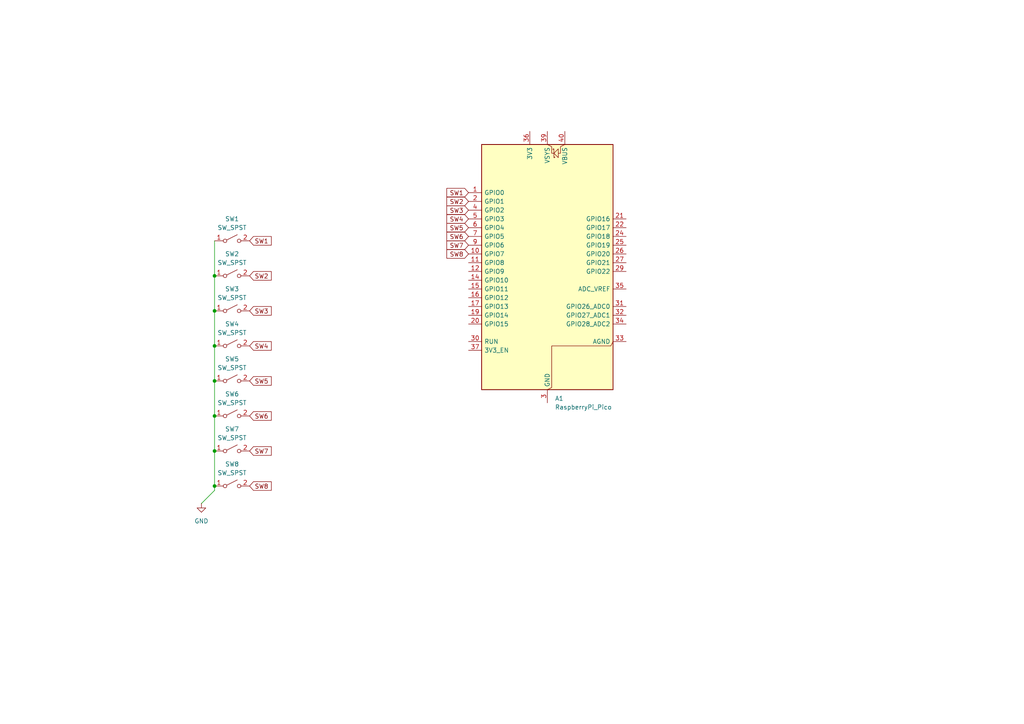
<source format=kicad_sch>
(kicad_sch (version 20231120) (generator "eeschema") (generator_version "8.0")
  (paper "A4")
  (lib_symbols
    (symbol "MCU_Module_RaspberryPi_Pico:RaspberryPi_Pico" (pin_names (offset 0.762))
      (property "Reference" "A" (at -19.05 38.1 0))
      (property "Value" "RaspberryPi_Pico" (at 7.62 38.1 0))
      (symbol "RaspberryPi_Pico_0_1"
        (rectangle (start -19.05 36.83) (end 19.05 -34.29) (stroke (width 0.254)) (fill (type background)))
        (polyline (pts (xy 0 36.83) (xy 1.27 36.195) (xy 1.27 34.29) (xy 1.905 34.29)))
        (polyline (pts (xy 1.905 34.29) (xy 3.175 35.56) (xy 3.175 33.02) (xy 1.905 34.29)))
        (polyline (pts (xy 5.08 36.83) (xy 3.81 36.195) (xy 3.81 34.29) (xy 3.175 34.29)))
        (polyline (pts (xy 0 -34.29) (xy 1.27 -33.655) (xy 1.27 -21.59) (xy 18.415 -21.59) (xy 19.05 -20.32)))
        (polyline (pts (xy 1.651 35.306) (xy 1.651 35.56) (xy 1.905 35.56) (xy 1.905 33.02) (xy 2.159 33.02) (xy 2.159 33.274)))
      )
      (symbol "RaspberryPi_Pico_1_1"
        (pin bidirectional line (at -22.86 22.86 0) (length 3.81) (name "GPIO0") (number "1"))
        (pin bidirectional line (at -22.86 5.08 0) (length 3.81) (name "GPIO7") (number "10"))
        (pin bidirectional line (at -22.86 2.54 0) (length 3.81) (name "GPIO8") (number "11"))
        (pin bidirectional line (at -22.86 0 0) (length 3.81) (name "GPIO9") (number "12"))
        (pin passive line (at 0 -38.1 90) (length 3.81) hide (name "GND") (number "13"))
        (pin bidirectional line (at -22.86 -2.54 0) (length 3.81) (name "GPIO10") (number "14"))
        (pin bidirectional line (at -22.86 -5.08 0) (length 3.81) (name "GPIO11") (number "15"))
        (pin bidirectional line (at -22.86 -7.62 0) (length 3.81) (name "GPIO12") (number "16"))
        (pin bidirectional line (at -22.86 -10.16 0) (length 3.81) (name "GPIO13") (number "17"))
        (pin passive line (at 0 -38.1 90) (length 3.81) hide (name "GND") (number "18"))
        (pin bidirectional line (at -22.86 -12.7 0) (length 3.81) (name "GPIO14") (number "19"))
        (pin bidirectional line (at -22.86 20.32 0) (length 3.81) (name "GPIO1") (number "2"))
        (pin bidirectional line (at -22.86 -15.24 0) (length 3.81) (name "GPIO15") (number "20"))
        (pin bidirectional line (at 22.86 15.24 180) (length 3.81) (name "GPIO16") (number "21"))
        (pin bidirectional line (at 22.86 12.7 180) (length 3.81) (name "GPIO17") (number "22"))
        (pin passive line (at 0 -38.1 90) (length 3.81) hide (name "GND") (number "23"))
        (pin bidirectional line (at 22.86 10.16 180) (length 3.81) (name "GPIO18") (number "24"))
        (pin bidirectional line (at 22.86 7.62 180) (length 3.81) (name "GPIO19") (number "25"))
        (pin bidirectional line (at 22.86 5.08 180) (length 3.81) (name "GPIO20") (number "26"))
        (pin bidirectional line (at 22.86 2.54 180) (length 3.81) (name "GPIO21") (number "27"))
        (pin passive line (at 0 -38.1 90) (length 3.81) hide (name "GND") (number "28"))
        (pin bidirectional line (at 22.86 0 180) (length 3.81) (name "GPIO22") (number "29"))
        (pin power_out line (at 0 -38.1 90) (length 3.81) (name "GND") (number "3"))
        (pin input line (at -22.86 -20.32 0) (length 3.81) (name "RUN") (number "30"))
        (pin bidirectional line (at 22.86 -10.16 180) (length 3.81) (name "GPIO26_ADC0") (number "31"))
        (pin bidirectional line (at 22.86 -12.7 180) (length 3.81) (name "GPIO27_ADC1") (number "32"))
        (pin power_out line (at 22.86 -20.32 180) (length 3.81) (name "AGND") (number "33"))
        (pin bidirectional line (at 22.86 -15.24 180) (length 3.81) (name "GPIO28_ADC2") (number "34"))
        (pin power_in line (at 22.86 -5.08 180) (length 3.81) (name "ADC_VREF") (number "35"))
        (pin power_out line (at -5.08 40.64 270) (length 3.81) (name "3V3") (number "36"))
        (pin input line (at -22.86 -22.86 0) (length 3.81) (name "3V3_EN") (number "37"))
        (pin passive line (at 0 -38.1 90) (length 3.81) hide (name "GND") (number "38"))
        (pin power_in line (at 0 40.64 270) (length 3.81) (name "VSYS") (number "39"))
        (pin bidirectional line (at -22.86 17.78 0) (length 3.81) (name "GPIO2") (number "4"))
        (pin power_out line (at 5.08 40.64 270) (length 3.81) (name "VBUS") (number "40"))
        (pin bidirectional line (at -22.86 15.24 0) (length 3.81) (name "GPIO3") (number "5"))
        (pin bidirectional line (at -22.86 12.7 0) (length 3.81) (name "GPIO4") (number "6"))
        (pin bidirectional line (at -22.86 10.16 0) (length 3.81) (name "GPIO5") (number "7"))
        (pin passive line (at 0 -38.1 90) (length 3.81) hide (name "GND") (number "8"))
        (pin bidirectional line (at -22.86 7.62 0) (length 3.81) (name "GPIO6") (number "9"))
      )
    )
    (symbol "Switch:SW_SPST" (pin_names (offset 0) hide)
      (property "Reference" "SW" (at 0 3.175 0))
      (property "Value" "SW_SPST" (at 0 -2.54 0))
      (symbol "SW_SPST_0_0"
        (circle (center -2.032 0) (radius 0.508))
        (polyline (pts (xy -1.524 0.254) (xy 1.524 1.778)))
        (circle (center 2.032 0) (radius 0.508))
      )
      (symbol "SW_SPST_1_1"
        (pin passive line (at -5.08 0 0) (length 2.54) (name "A") (number "1"))
        (pin passive line (at 5.08 0 180) (length 2.54) (name "B") (number "2"))
      )
    )
    (symbol "power:GND" (power) (pin_numbers hide) (pin_names (offset 0) hide)
      (property "Value" "GND" (at 0 -3.81 0))
      (symbol "GND_0_1"
        (polyline (pts (xy 0 0) (xy 0 -1.27) (xy 1.27 -1.27) (xy 0 -2.54) (xy -1.27 -1.27) (xy 0 -1.27)))
      )
      (symbol "GND_1_1"
        (pin power_in line (at 0 0 270) (length 0) (name "~") (number "1"))
      )
    )
  )
  (junction (at 62.23 110.49))
  (junction (at 62.23 140.97))
  (junction (at 62.23 100.33))
  (junction (at 62.23 130.81))
  (junction (at 62.23 80.01))
  (junction (at 62.23 120.65))
  (junction (at 62.23 90.17))
  (wire (pts (xy 62.23 110.49) (xy 62.23 120.65)))
  (wire (pts (xy 62.23 90.17) (xy 62.23 100.33)))
  (wire (pts (xy 62.23 80.01) (xy 62.23 90.17)))
  (wire (pts (xy 62.23 130.81) (xy 62.23 140.97)))
  (wire (pts (xy 62.23 100.33) (xy 62.23 110.49)))
  (wire (pts (xy 62.23 120.65) (xy 62.23 130.81)))
  (wire (pts (xy 62.23 69.85) (xy 62.23 80.01)))
  (wire (pts (xy 62.23 142.24) (xy 58.42 146.05)))
  (wire (pts (xy 62.23 140.97) (xy 62.23 142.24)))
  (global_label "SW8" (shape input) (at 135.89 73.66 180) (property "Intersheetrefs" "${INTERSHEET_REFS}" (effects (hide yes))))
  (global_label "SW3" (shape input) (at 135.89 60.96 180) (property "Intersheetrefs" "${INTERSHEET_REFS}" (effects (hide yes))))
  (global_label "SW5" (shape input) (at 72.39 110.49 0) (property "Intersheetrefs" "${INTERSHEET_REFS}" (effects (hide yes))))
  (global_label "SW6" (shape input) (at 72.39 120.65 0) (property "Intersheetrefs" "${INTERSHEET_REFS}" (effects (hide yes))))
  (global_label "SW4" (shape input) (at 72.39 100.33 0) (property "Intersheetrefs" "${INTERSHEET_REFS}" (effects (hide yes))))
  (global_label "SW2" (shape input) (at 135.89 58.42 180) (property "Intersheetrefs" "${INTERSHEET_REFS}" (effects (hide yes))))
  (global_label "SW3" (shape input) (at 72.39 90.17 0) (property "Intersheetrefs" "${INTERSHEET_REFS}" (effects (hide yes))))
  (global_label "SW6" (shape input) (at 135.89 68.58 180) (property "Intersheetrefs" "${INTERSHEET_REFS}" (effects (hide yes))))
  (global_label "SW1" (shape input) (at 72.39 69.85 0) (property "Intersheetrefs" "${INTERSHEET_REFS}" (effects (hide yes))))
  (global_label "SW4" (shape input) (at 135.89 63.5 180) (property "Intersheetrefs" "${INTERSHEET_REFS}" (effects (hide yes))))
  (global_label "SW5" (shape input) (at 135.89 66.04 180) (property "Intersheetrefs" "${INTERSHEET_REFS}" (effects (hide yes))))
  (global_label "SW7" (shape input) (at 72.39 130.81 0) (property "Intersheetrefs" "${INTERSHEET_REFS}" (effects (hide yes))))
  (global_label "SW7" (shape input) (at 135.89 71.12 180) (property "Intersheetrefs" "${INTERSHEET_REFS}" (effects (hide yes))))
  (global_label "SW1" (shape input) (at 135.89 55.88 180) (property "Intersheetrefs" "${INTERSHEET_REFS}" (effects (hide yes))))
  (global_label "SW2" (shape input) (at 72.39 80.01 0) (property "Intersheetrefs" "${INTERSHEET_REFS}" (effects (hide yes))))
  (global_label "SW8" (shape input) (at 72.39 140.97 0) (property "Intersheetrefs" "${INTERSHEET_REFS}" (effects (hide yes))))
  (symbol (lib_id "Switch:SW_SPST") (at 67.31 90.17 0) (unit 1)
    (property "Reference" "SW3" (at 67.31 83.82 0))
    (property "Value" "SW_SPST" (at 67.31 86.36 0))
    (property "Description" "Single Pole Single Throw (SPST) switch" (effects (hide yes)))
  )
  (symbol (lib_id "Switch:SW_SPST") (at 67.31 110.49 0) (unit 1)
    (property "Reference" "SW5" (at 67.31 104.14 0))
    (property "Value" "SW_SPST" (at 67.31 106.68 0))
    (property "Description" "Single Pole Single Throw (SPST) switch" (effects (hide yes)))
  )
  (symbol (lib_id "power:GND") (at 58.42 146.05 0) (unit 1)
    (property "Reference" "#PWR01" (effects (hide yes)))
    (property "Value" "GND" (at 58.42 151.13 0))
    (property "Description" "Power symbol creates a global label with name \"GND\" , ground" (effects (hide yes)))
  )
  (symbol (lib_id "Switch:SW_SPST") (at 67.31 80.01 0) (unit 1)
    (property "Reference" "SW2" (at 67.31 73.66 0))
    (property "Value" "SW_SPST" (at 67.31 76.2 0))
    (property "Description" "Single Pole Single Throw (SPST) switch" (effects (hide yes)))
  )
  (symbol (lib_id "Switch:SW_SPST") (at 67.31 120.65 0) (unit 1)
    (property "Reference" "SW6" (at 67.31 114.3 0))
    (property "Value" "SW_SPST" (at 67.31 116.84 0))
    (property "Description" "Single Pole Single Throw (SPST) switch" (effects (hide yes)))
  )
  (symbol (lib_id "MCU_Module_RaspberryPi_Pico:RaspberryPi_Pico") (at 158.75 78.74 0) (unit 1)
    (property "Reference" "A1" (at 160.9441 115.57 0) (effects (justify left)))
    (property "Value" "RaspberryPi_Pico" (at 160.9441 118.11 0) (effects (justify left)))
    (property "Footprint" "Module_RaspberryPi_Pico:RaspberryPi_Pico_Common" (effects (hide yes)))
    (property "Datasheet" "https://datasheets.raspberrypi.com/pico/pico-datasheet.pdf" (effects (hide yes)))
    (property "Description" "Versatile and inexpensive microcontroller module powered by RP2040 dual-core Arm Cortex-M0+ processor up to 133 MHz, 264kB SRAM, 2MB QSPI flash" (effects (hide yes)))
  )
  (symbol (lib_id "Switch:SW_SPST") (at 67.31 140.97 0) (unit 1)
    (property "Reference" "SW8" (at 67.31 134.62 0))
    (property "Value" "SW_SPST" (at 67.31 137.16 0))
    (property "Description" "Single Pole Single Throw (SPST) switch" (effects (hide yes)))
  )
  (symbol (lib_id "Switch:SW_SPST") (at 67.31 130.81 0) (unit 1)
    (property "Reference" "SW7" (at 67.31 124.46 0))
    (property "Value" "SW_SPST" (at 67.31 127 0))
    (property "Description" "Single Pole Single Throw (SPST) switch" (effects (hide yes)))
  )
  (symbol (lib_id "Switch:SW_SPST") (at 67.31 100.33 0) (unit 1)
    (property "Reference" "SW4" (at 67.31 93.98 0))
    (property "Value" "SW_SPST" (at 67.31 96.52 0))
    (property "Description" "Single Pole Single Throw (SPST) switch" (effects (hide yes)))
  )
  (symbol (lib_id "Switch:SW_SPST") (at 67.31 69.85 0) (unit 1)
    (property "Reference" "SW1" (at 67.31 63.5 0))
    (property "Value" "SW_SPST" (at 67.31 66.04 0))
    (property "Description" "Single Pole Single Throw (SPST) switch" (effects (hide yes)))
  )
)
</source>
